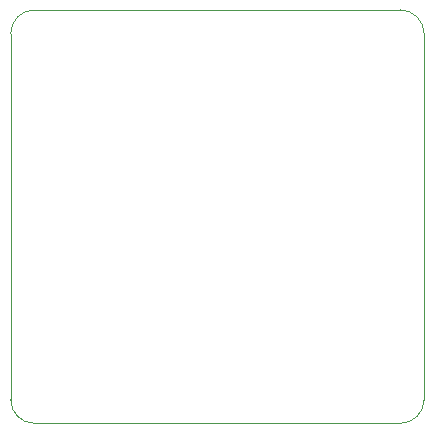
<source format=gbr>
%TF.GenerationSoftware,KiCad,Pcbnew,8.0.6-8.0.6-0~ubuntu24.04.1*%
%TF.CreationDate,2024-12-07T14:27:23-08:00*%
%TF.ProjectId,reaction_wheel,72656163-7469-46f6-9e5f-776865656c2e,v1a*%
%TF.SameCoordinates,Original*%
%TF.FileFunction,Profile,NP*%
%FSLAX46Y46*%
G04 Gerber Fmt 4.6, Leading zero omitted, Abs format (unit mm)*
G04 Created by KiCad (PCBNEW 8.0.6-8.0.6-0~ubuntu24.04.1) date 2024-12-07 14:27:23*
%MOMM*%
%LPD*%
G01*
G04 APERTURE LIST*
%TA.AperFunction,Profile*%
%ADD10C,0.050000*%
%TD*%
G04 APERTURE END LIST*
D10*
X122000000Y-95000000D02*
G75*
G02*
X120000000Y-93000000I0J2000000D01*
G01*
X153000000Y-95000000D02*
X122000000Y-95000000D01*
X120000000Y-62000000D02*
G75*
G02*
X122000000Y-60000000I2000000J0D01*
G01*
X122000000Y-60000000D02*
X153000000Y-60000000D01*
X155000000Y-93000000D02*
G75*
G02*
X153000000Y-95000000I-2000000J0D01*
G01*
X155000000Y-62000000D02*
X155000000Y-93000000D01*
X153000000Y-60000000D02*
G75*
G02*
X155000000Y-62000000I0J-2000000D01*
G01*
X120000000Y-62000000D02*
X120000000Y-93000000D01*
M02*

</source>
